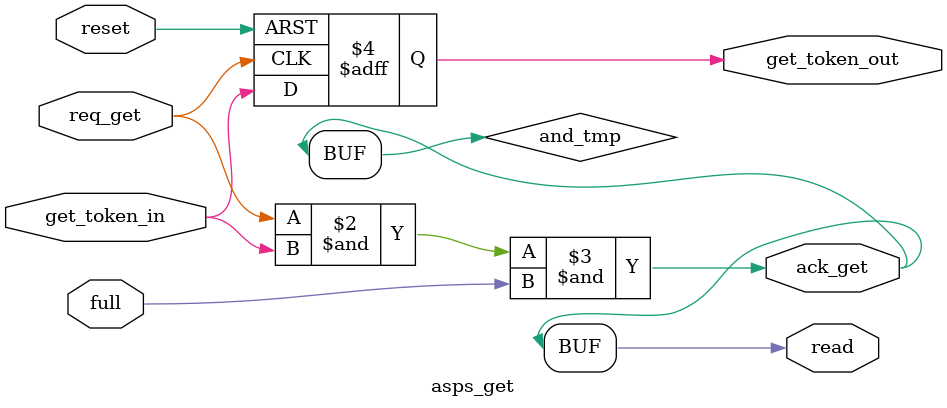
<source format=v>


////////////////////////////////////////////////////////////////////////////////////
//                                                                                //
// reset >------------------------.                                               //
//                            ____|_____                                          //
//                           | RST/SET | (STAGE=0 ? SET : RST)                    //
// req_get >---------+-------|CLK __   |                                          //
//                   |       |     |  Q|-------> get_token_out                    //
// get_token_in >----|---+---|D    v__ |                                          //
//                   |   |   |_________|                                          //
//                   |   |    ____                                                //
//                   |   '---|    \            .-----> ack_get                    //
//                   |       |     \  and_tmp  |                                  //
//                   '-------| AND  )----------+                                  //
//                           |     /           |                                  //
// full  >-------------------|____/            '--------> read                    //
//                                                                                //
////////////////////////////////////////////////////////////////////////////////////

module asps_get
  #( parameter  STAGE = 0    )  // stage index
   ( input      reset        ,  // global reset
     input      req_get      ,  // request get
     output     ack_get      ,  // acknowledge get
     input      get_token_in ,  // get token ring in
     output reg get_token_out,  // get token ring out
     output     read         ,  // read indicator to current stage
     input      full         ); // current stage is full

  // local wires 
  wire and_tmp;
  
  // flop to hold token state
  always@(negedge req_get or posedge reset)
    if (reset)
      if (STAGE == 0) get_token_out <= 1'b1;
      else            get_token_out <= 1'b0;
    else
      get_token_out <= get_token_in;

  // assign outputs
  assign and_tmp = req_get & get_token_in & full;
  assign read    = and_tmp;
  assign ack_get = and_tmp;

endmodule // asps_get


</source>
